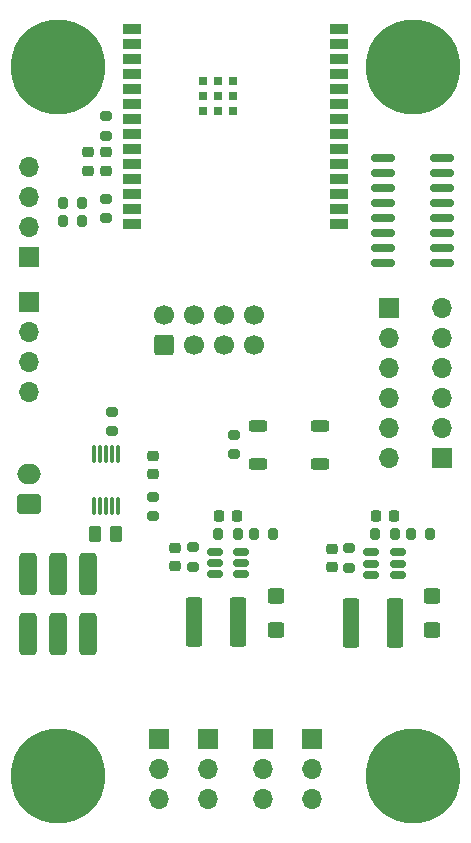
<source format=gbr>
%TF.GenerationSoftware,KiCad,Pcbnew,8.0.8*%
%TF.CreationDate,2025-02-17T10:13:52+00:00*%
%TF.ProjectId,receiver-esp32-c6,72656365-6976-4657-922d-65737033322d,rev?*%
%TF.SameCoordinates,Original*%
%TF.FileFunction,Soldermask,Top*%
%TF.FilePolarity,Negative*%
%FSLAX46Y46*%
G04 Gerber Fmt 4.6, Leading zero omitted, Abs format (unit mm)*
G04 Created by KiCad (PCBNEW 8.0.8) date 2025-02-17 10:13:52*
%MOMM*%
%LPD*%
G01*
G04 APERTURE LIST*
G04 Aperture macros list*
%AMRoundRect*
0 Rectangle with rounded corners*
0 $1 Rounding radius*
0 $2 $3 $4 $5 $6 $7 $8 $9 X,Y pos of 4 corners*
0 Add a 4 corners polygon primitive as box body*
4,1,4,$2,$3,$4,$5,$6,$7,$8,$9,$2,$3,0*
0 Add four circle primitives for the rounded corners*
1,1,$1+$1,$2,$3*
1,1,$1+$1,$4,$5*
1,1,$1+$1,$6,$7*
1,1,$1+$1,$8,$9*
0 Add four rect primitives between the rounded corners*
20,1,$1+$1,$2,$3,$4,$5,0*
20,1,$1+$1,$4,$5,$6,$7,0*
20,1,$1+$1,$6,$7,$8,$9,0*
20,1,$1+$1,$8,$9,$2,$3,0*%
G04 Aperture macros list end*
%ADD10RoundRect,0.200000X0.200000X0.275000X-0.200000X0.275000X-0.200000X-0.275000X0.200000X-0.275000X0*%
%ADD11RoundRect,0.150000X0.512500X0.150000X-0.512500X0.150000X-0.512500X-0.150000X0.512500X-0.150000X0*%
%ADD12R,1.700000X1.700000*%
%ADD13O,1.700000X1.700000*%
%ADD14RoundRect,0.250000X-0.262500X-0.450000X0.262500X-0.450000X0.262500X0.450000X-0.262500X0.450000X0*%
%ADD15RoundRect,0.250000X0.600000X-0.600000X0.600000X0.600000X-0.600000X0.600000X-0.600000X-0.600000X0*%
%ADD16C,1.700000*%
%ADD17RoundRect,0.225000X-0.250000X0.225000X-0.250000X-0.225000X0.250000X-0.225000X0.250000X0.225000X0*%
%ADD18RoundRect,0.200000X-0.275000X0.200000X-0.275000X-0.200000X0.275000X-0.200000X0.275000X0.200000X0*%
%ADD19RoundRect,0.225000X0.250000X-0.225000X0.250000X0.225000X-0.250000X0.225000X-0.250000X-0.225000X0*%
%ADD20RoundRect,0.200000X0.275000X-0.200000X0.275000X0.200000X-0.275000X0.200000X-0.275000X-0.200000X0*%
%ADD21R,1.500000X0.900000*%
%ADD22R,0.800000X0.800000*%
%ADD23RoundRect,0.249999X-0.450001X-1.850001X0.450001X-1.850001X0.450001X1.850001X-0.450001X1.850001X0*%
%ADD24C,4.400000*%
%ADD25C,8.000000*%
%ADD26RoundRect,0.250000X-0.450000X0.400000X-0.450000X-0.400000X0.450000X-0.400000X0.450000X0.400000X0*%
%ADD27RoundRect,0.200000X-0.200000X-0.275000X0.200000X-0.275000X0.200000X0.275000X-0.200000X0.275000X0*%
%ADD28RoundRect,0.381000X-0.381000X1.419000X-0.381000X-1.419000X0.381000X-1.419000X0.381000X1.419000X0*%
%ADD29RoundRect,0.225000X0.225000X0.250000X-0.225000X0.250000X-0.225000X-0.250000X0.225000X-0.250000X0*%
%ADD30RoundRect,0.218750X-0.256250X0.218750X-0.256250X-0.218750X0.256250X-0.218750X0.256250X0.218750X0*%
%ADD31RoundRect,0.075000X-0.075000X0.650000X-0.075000X-0.650000X0.075000X-0.650000X0.075000X0.650000X0*%
%ADD32RoundRect,0.250000X0.750000X-0.600000X0.750000X0.600000X-0.750000X0.600000X-0.750000X-0.600000X0*%
%ADD33O,2.000000X1.700000*%
%ADD34RoundRect,0.250000X-0.525000X-0.250000X0.525000X-0.250000X0.525000X0.250000X-0.525000X0.250000X0*%
%ADD35RoundRect,0.150000X-0.850000X-0.150000X0.850000X-0.150000X0.850000X0.150000X-0.850000X0.150000X0*%
G04 APERTURE END LIST*
D10*
%TO.C,R8*%
X142675000Y-97000000D03*
X141025000Y-97000000D03*
%TD*%
D11*
%TO.C,U3*%
X156275000Y-100500000D03*
X156275000Y-99550000D03*
X156275000Y-98600000D03*
X154000000Y-98600000D03*
X154000000Y-99550000D03*
X154000000Y-100500000D03*
%TD*%
D12*
%TO.C,J1*%
X136000000Y-114420000D03*
D13*
X136000000Y-116960000D03*
X136000000Y-119500000D03*
%TD*%
D14*
%TO.C,R12*%
X130587500Y-97000000D03*
X132412500Y-97000000D03*
%TD*%
D15*
%TO.C,J7*%
X136460000Y-81000000D03*
D16*
X136460000Y-78460000D03*
X139000000Y-81000000D03*
X139000000Y-78460000D03*
X141540000Y-81000000D03*
X141540000Y-78460000D03*
X144080000Y-81000000D03*
X144080000Y-78460000D03*
%TD*%
D17*
%TO.C,C8*%
X130000000Y-64725000D03*
X130000000Y-66275000D03*
%TD*%
D18*
%TO.C,R13*%
X132000000Y-86675000D03*
X132000000Y-88325000D03*
%TD*%
D19*
%TO.C,C1*%
X150637500Y-99825000D03*
X150637500Y-98275000D03*
%TD*%
D20*
%TO.C,R4*%
X131500000Y-63325000D03*
X131500000Y-61675000D03*
%TD*%
D18*
%TO.C,R14*%
X142350000Y-88640000D03*
X142350000Y-90290000D03*
%TD*%
D21*
%TO.C,U1*%
X133750000Y-54240000D03*
X133750000Y-55510000D03*
X133750000Y-56780000D03*
X133750000Y-58050000D03*
X133750000Y-59320000D03*
X133750000Y-60590000D03*
X133750000Y-61860000D03*
X133750000Y-63130000D03*
X133750000Y-64400000D03*
X133750000Y-65670000D03*
X133750000Y-66940000D03*
X133750000Y-68210000D03*
X133750000Y-69480000D03*
X133750000Y-70750000D03*
X151250000Y-70750000D03*
X151250000Y-69480000D03*
X151250000Y-68210000D03*
X151250000Y-66940000D03*
X151250000Y-65670000D03*
X151250000Y-64400000D03*
X151250000Y-63130000D03*
X151250000Y-61860000D03*
X151250000Y-60590000D03*
X151250000Y-59320000D03*
X151250000Y-58050000D03*
X151250000Y-56780000D03*
X151250000Y-55510000D03*
X151250000Y-54240000D03*
D22*
X139745000Y-58710000D03*
X139745000Y-59960000D03*
X139745000Y-61210000D03*
X140995000Y-58710000D03*
X140995000Y-59960000D03*
X140995000Y-61210000D03*
X142245000Y-58710000D03*
X142245000Y-59960000D03*
X142245000Y-61210000D03*
%TD*%
D19*
%TO.C,C6*%
X137350000Y-99775000D03*
X137350000Y-98225000D03*
%TD*%
D10*
%TO.C,R1*%
X158962500Y-97050000D03*
X157312500Y-97050000D03*
%TD*%
D20*
%TO.C,R3*%
X135500000Y-95537500D03*
X135500000Y-93887500D03*
%TD*%
D12*
%TO.C,J10*%
X125000000Y-77420000D03*
D13*
X125000000Y-79960000D03*
X125000000Y-82500000D03*
X125000000Y-85040000D03*
%TD*%
D23*
%TO.C,L1*%
X152287500Y-104550000D03*
X155987500Y-104550000D03*
%TD*%
D24*
%TO.C,H2*%
X157500000Y-57500000D03*
D25*
X157500000Y-57500000D03*
%TD*%
D20*
%TO.C,R6*%
X138850000Y-99825000D03*
X138850000Y-98175000D03*
%TD*%
D26*
%TO.C,D4*%
X145906000Y-102302000D03*
X145906000Y-105202000D03*
%TD*%
D27*
%TO.C,R10*%
X127850000Y-69000000D03*
X129500000Y-69000000D03*
%TD*%
D28*
%TO.C,SW1*%
X130040000Y-100460000D03*
X127500000Y-100460000D03*
X124960000Y-100460000D03*
X130040000Y-105540000D03*
X127500000Y-105540000D03*
X124960000Y-105540000D03*
%TD*%
D29*
%TO.C,C7*%
X142625000Y-95500000D03*
X141075000Y-95500000D03*
%TD*%
D12*
%TO.C,J4*%
X160000000Y-90620000D03*
D13*
X160000000Y-88080000D03*
X160000000Y-85540000D03*
X160000000Y-83000000D03*
X160000000Y-80460000D03*
X160000000Y-77920000D03*
%TD*%
D23*
%TO.C,L2*%
X139000000Y-104500000D03*
X142700000Y-104500000D03*
%TD*%
D30*
%TO.C,D3*%
X135500000Y-90425000D03*
X135500000Y-92000000D03*
%TD*%
D31*
%TO.C,U5*%
X132500000Y-90300000D03*
X132000000Y-90300000D03*
X131500000Y-90300000D03*
X131000000Y-90300000D03*
X130500000Y-90300000D03*
X130500000Y-94700000D03*
X131000000Y-94700000D03*
X131500000Y-94700000D03*
X132000000Y-94700000D03*
X132500000Y-94700000D03*
%TD*%
D20*
%TO.C,R5*%
X152137500Y-99875000D03*
X152137500Y-98225000D03*
%TD*%
%TO.C,R9*%
X131500000Y-70325000D03*
X131500000Y-68675000D03*
%TD*%
D32*
%TO.C,J6*%
X125000000Y-94500000D03*
D33*
X125000000Y-92000000D03*
%TD*%
D24*
%TO.C,H3*%
X127500000Y-117500000D03*
D25*
X127500000Y-117500000D03*
%TD*%
D12*
%TO.C,J5*%
X155500000Y-77880000D03*
D13*
X155500000Y-80420000D03*
X155500000Y-82960000D03*
X155500000Y-85500000D03*
X155500000Y-88040000D03*
X155500000Y-90580000D03*
%TD*%
D26*
%TO.C,D1*%
X159114000Y-102302000D03*
X159114000Y-105202000D03*
%TD*%
D11*
%TO.C,U4*%
X142987500Y-100450000D03*
X142987500Y-99500000D03*
X142987500Y-98550000D03*
X140712500Y-98550000D03*
X140712500Y-99500000D03*
X140712500Y-100450000D03*
%TD*%
D24*
%TO.C,H1*%
X127500000Y-57500000D03*
D25*
X127500000Y-57500000D03*
%TD*%
D34*
%TO.C,SW2*%
X144375000Y-87900000D03*
X149625000Y-87900000D03*
X144375000Y-91100000D03*
X149625000Y-91100000D03*
%TD*%
D27*
%TO.C,R11*%
X127850000Y-70500000D03*
X129500000Y-70500000D03*
%TD*%
D12*
%TO.C,J11*%
X149000000Y-114420000D03*
D13*
X149000000Y-116960000D03*
X149000000Y-119500000D03*
%TD*%
D29*
%TO.C,C2*%
X155912500Y-95550000D03*
X154362500Y-95550000D03*
%TD*%
D12*
%TO.C,J2*%
X140200000Y-114420000D03*
D13*
X140200000Y-116960000D03*
X140200000Y-119500000D03*
%TD*%
D24*
%TO.C,H4*%
X157500000Y-117500000D03*
D25*
X157500000Y-117500000D03*
%TD*%
D10*
%TO.C,R7*%
X145675000Y-97000000D03*
X144025000Y-97000000D03*
%TD*%
D17*
%TO.C,C9*%
X131500000Y-64725000D03*
X131500000Y-66275000D03*
%TD*%
D10*
%TO.C,R2*%
X155962500Y-97050000D03*
X154312500Y-97050000D03*
%TD*%
D35*
%TO.C,U2*%
X155000000Y-65190000D03*
X155000000Y-66460000D03*
X155000000Y-67730000D03*
X155000000Y-69000000D03*
X155000000Y-70270000D03*
X155000000Y-71540000D03*
X155000000Y-72810000D03*
X155000000Y-74080000D03*
X160000000Y-74080000D03*
X160000000Y-72810000D03*
X160000000Y-71540000D03*
X160000000Y-70270000D03*
X160000000Y-69000000D03*
X160000000Y-67730000D03*
X160000000Y-66460000D03*
X160000000Y-65190000D03*
%TD*%
D12*
%TO.C,J9*%
X125000000Y-73620000D03*
D13*
X125000000Y-71080000D03*
X125000000Y-68540000D03*
X125000000Y-66000000D03*
%TD*%
D12*
%TO.C,J3*%
X144850000Y-114420000D03*
D13*
X144850000Y-116960000D03*
X144850000Y-119500000D03*
%TD*%
M02*

</source>
